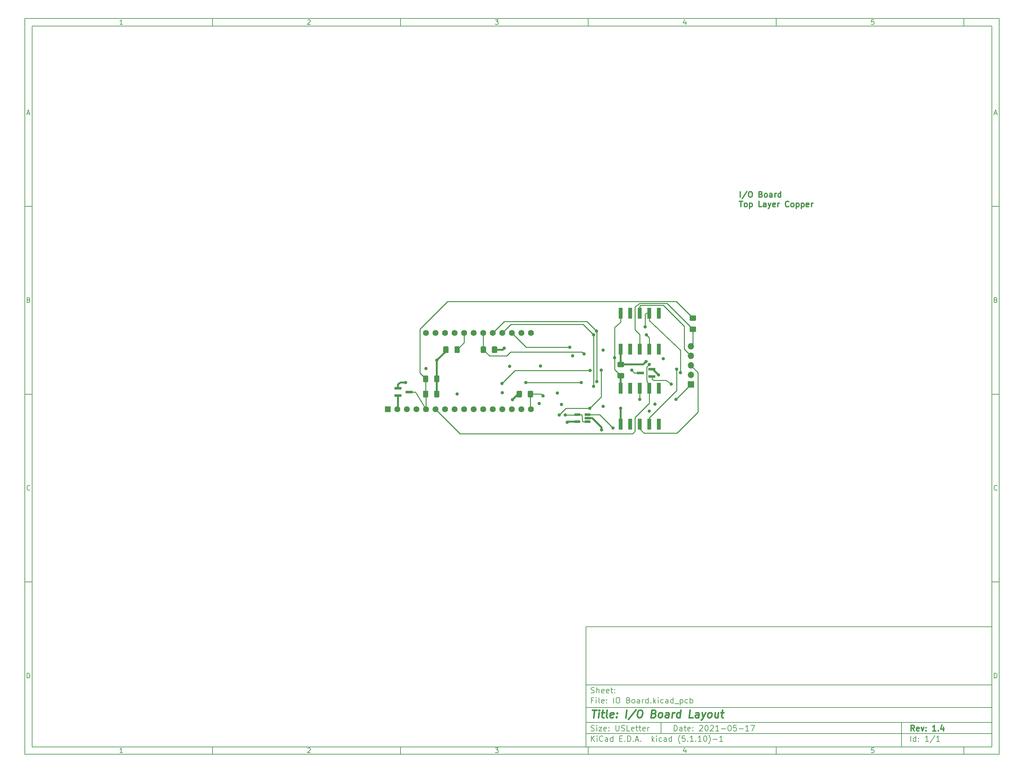
<source format=gbr>
G04 #@! TF.GenerationSoftware,KiCad,Pcbnew,(5.1.10)-1*
G04 #@! TF.CreationDate,2021-05-21T10:06:19-04:00*
G04 #@! TF.ProjectId,IO Board,494f2042-6f61-4726-942e-6b696361645f,1.4*
G04 #@! TF.SameCoordinates,Original*
G04 #@! TF.FileFunction,Copper,L1,Top*
G04 #@! TF.FilePolarity,Positive*
%FSLAX46Y46*%
G04 Gerber Fmt 4.6, Leading zero omitted, Abs format (unit mm)*
G04 Created by KiCad (PCBNEW (5.1.10)-1) date 2021-05-21 10:06:19*
%MOMM*%
%LPD*%
G01*
G04 APERTURE LIST*
%ADD10C,0.100000*%
%ADD11C,0.150000*%
%ADD12C,0.300000*%
%ADD13C,0.400000*%
G04 #@! TA.AperFunction,NonConductor*
%ADD14C,0.300000*%
G04 #@! TD*
G04 #@! TA.AperFunction,ComponentPad*
%ADD15C,1.600000*%
G04 #@! TD*
G04 #@! TA.AperFunction,ComponentPad*
%ADD16R,1.600000X1.600000*%
G04 #@! TD*
G04 #@! TA.AperFunction,SMDPad,CuDef*
%ADD17R,1.900000X0.800000*%
G04 #@! TD*
G04 #@! TA.AperFunction,ComponentPad*
%ADD18R,1.700000X1.700000*%
G04 #@! TD*
G04 #@! TA.AperFunction,ComponentPad*
%ADD19O,1.700000X1.700000*%
G04 #@! TD*
G04 #@! TA.AperFunction,SMDPad,CuDef*
%ADD20R,1.000000X3.000000*%
G04 #@! TD*
G04 #@! TA.AperFunction,SMDPad,CuDef*
%ADD21R,1.560000X0.650000*%
G04 #@! TD*
G04 #@! TA.AperFunction,ViaPad*
%ADD22C,0.889000*%
G04 #@! TD*
G04 #@! TA.AperFunction,Conductor*
%ADD23C,0.508000*%
G04 #@! TD*
G04 #@! TA.AperFunction,Conductor*
%ADD24C,0.254000*%
G04 #@! TD*
G04 APERTURE END LIST*
D10*
D11*
X159400000Y-171900000D02*
X159400000Y-203900000D01*
X267400000Y-203900000D01*
X267400000Y-171900000D01*
X159400000Y-171900000D01*
D10*
D11*
X10000000Y-10000000D02*
X10000000Y-205900000D01*
X269400000Y-205900000D01*
X269400000Y-10000000D01*
X10000000Y-10000000D01*
D10*
D11*
X12000000Y-12000000D02*
X12000000Y-203900000D01*
X267400000Y-203900000D01*
X267400000Y-12000000D01*
X12000000Y-12000000D01*
D10*
D11*
X60000000Y-12000000D02*
X60000000Y-10000000D01*
D10*
D11*
X110000000Y-12000000D02*
X110000000Y-10000000D01*
D10*
D11*
X160000000Y-12000000D02*
X160000000Y-10000000D01*
D10*
D11*
X210000000Y-12000000D02*
X210000000Y-10000000D01*
D10*
D11*
X260000000Y-12000000D02*
X260000000Y-10000000D01*
D10*
D11*
X36065476Y-11588095D02*
X35322619Y-11588095D01*
X35694047Y-11588095D02*
X35694047Y-10288095D01*
X35570238Y-10473809D01*
X35446428Y-10597619D01*
X35322619Y-10659523D01*
D10*
D11*
X85322619Y-10411904D02*
X85384523Y-10350000D01*
X85508333Y-10288095D01*
X85817857Y-10288095D01*
X85941666Y-10350000D01*
X86003571Y-10411904D01*
X86065476Y-10535714D01*
X86065476Y-10659523D01*
X86003571Y-10845238D01*
X85260714Y-11588095D01*
X86065476Y-11588095D01*
D10*
D11*
X135260714Y-10288095D02*
X136065476Y-10288095D01*
X135632142Y-10783333D01*
X135817857Y-10783333D01*
X135941666Y-10845238D01*
X136003571Y-10907142D01*
X136065476Y-11030952D01*
X136065476Y-11340476D01*
X136003571Y-11464285D01*
X135941666Y-11526190D01*
X135817857Y-11588095D01*
X135446428Y-11588095D01*
X135322619Y-11526190D01*
X135260714Y-11464285D01*
D10*
D11*
X185941666Y-10721428D02*
X185941666Y-11588095D01*
X185632142Y-10226190D02*
X185322619Y-11154761D01*
X186127380Y-11154761D01*
D10*
D11*
X236003571Y-10288095D02*
X235384523Y-10288095D01*
X235322619Y-10907142D01*
X235384523Y-10845238D01*
X235508333Y-10783333D01*
X235817857Y-10783333D01*
X235941666Y-10845238D01*
X236003571Y-10907142D01*
X236065476Y-11030952D01*
X236065476Y-11340476D01*
X236003571Y-11464285D01*
X235941666Y-11526190D01*
X235817857Y-11588095D01*
X235508333Y-11588095D01*
X235384523Y-11526190D01*
X235322619Y-11464285D01*
D10*
D11*
X60000000Y-203900000D02*
X60000000Y-205900000D01*
D10*
D11*
X110000000Y-203900000D02*
X110000000Y-205900000D01*
D10*
D11*
X160000000Y-203900000D02*
X160000000Y-205900000D01*
D10*
D11*
X210000000Y-203900000D02*
X210000000Y-205900000D01*
D10*
D11*
X260000000Y-203900000D02*
X260000000Y-205900000D01*
D10*
D11*
X36065476Y-205488095D02*
X35322619Y-205488095D01*
X35694047Y-205488095D02*
X35694047Y-204188095D01*
X35570238Y-204373809D01*
X35446428Y-204497619D01*
X35322619Y-204559523D01*
D10*
D11*
X85322619Y-204311904D02*
X85384523Y-204250000D01*
X85508333Y-204188095D01*
X85817857Y-204188095D01*
X85941666Y-204250000D01*
X86003571Y-204311904D01*
X86065476Y-204435714D01*
X86065476Y-204559523D01*
X86003571Y-204745238D01*
X85260714Y-205488095D01*
X86065476Y-205488095D01*
D10*
D11*
X135260714Y-204188095D02*
X136065476Y-204188095D01*
X135632142Y-204683333D01*
X135817857Y-204683333D01*
X135941666Y-204745238D01*
X136003571Y-204807142D01*
X136065476Y-204930952D01*
X136065476Y-205240476D01*
X136003571Y-205364285D01*
X135941666Y-205426190D01*
X135817857Y-205488095D01*
X135446428Y-205488095D01*
X135322619Y-205426190D01*
X135260714Y-205364285D01*
D10*
D11*
X185941666Y-204621428D02*
X185941666Y-205488095D01*
X185632142Y-204126190D02*
X185322619Y-205054761D01*
X186127380Y-205054761D01*
D10*
D11*
X236003571Y-204188095D02*
X235384523Y-204188095D01*
X235322619Y-204807142D01*
X235384523Y-204745238D01*
X235508333Y-204683333D01*
X235817857Y-204683333D01*
X235941666Y-204745238D01*
X236003571Y-204807142D01*
X236065476Y-204930952D01*
X236065476Y-205240476D01*
X236003571Y-205364285D01*
X235941666Y-205426190D01*
X235817857Y-205488095D01*
X235508333Y-205488095D01*
X235384523Y-205426190D01*
X235322619Y-205364285D01*
D10*
D11*
X10000000Y-60000000D02*
X12000000Y-60000000D01*
D10*
D11*
X10000000Y-110000000D02*
X12000000Y-110000000D01*
D10*
D11*
X10000000Y-160000000D02*
X12000000Y-160000000D01*
D10*
D11*
X10690476Y-35216666D02*
X11309523Y-35216666D01*
X10566666Y-35588095D02*
X11000000Y-34288095D01*
X11433333Y-35588095D01*
D10*
D11*
X11092857Y-84907142D02*
X11278571Y-84969047D01*
X11340476Y-85030952D01*
X11402380Y-85154761D01*
X11402380Y-85340476D01*
X11340476Y-85464285D01*
X11278571Y-85526190D01*
X11154761Y-85588095D01*
X10659523Y-85588095D01*
X10659523Y-84288095D01*
X11092857Y-84288095D01*
X11216666Y-84350000D01*
X11278571Y-84411904D01*
X11340476Y-84535714D01*
X11340476Y-84659523D01*
X11278571Y-84783333D01*
X11216666Y-84845238D01*
X11092857Y-84907142D01*
X10659523Y-84907142D01*
D10*
D11*
X11402380Y-135464285D02*
X11340476Y-135526190D01*
X11154761Y-135588095D01*
X11030952Y-135588095D01*
X10845238Y-135526190D01*
X10721428Y-135402380D01*
X10659523Y-135278571D01*
X10597619Y-135030952D01*
X10597619Y-134845238D01*
X10659523Y-134597619D01*
X10721428Y-134473809D01*
X10845238Y-134350000D01*
X11030952Y-134288095D01*
X11154761Y-134288095D01*
X11340476Y-134350000D01*
X11402380Y-134411904D01*
D10*
D11*
X10659523Y-185588095D02*
X10659523Y-184288095D01*
X10969047Y-184288095D01*
X11154761Y-184350000D01*
X11278571Y-184473809D01*
X11340476Y-184597619D01*
X11402380Y-184845238D01*
X11402380Y-185030952D01*
X11340476Y-185278571D01*
X11278571Y-185402380D01*
X11154761Y-185526190D01*
X10969047Y-185588095D01*
X10659523Y-185588095D01*
D10*
D11*
X269400000Y-60000000D02*
X267400000Y-60000000D01*
D10*
D11*
X269400000Y-110000000D02*
X267400000Y-110000000D01*
D10*
D11*
X269400000Y-160000000D02*
X267400000Y-160000000D01*
D10*
D11*
X268090476Y-35216666D02*
X268709523Y-35216666D01*
X267966666Y-35588095D02*
X268400000Y-34288095D01*
X268833333Y-35588095D01*
D10*
D11*
X268492857Y-84907142D02*
X268678571Y-84969047D01*
X268740476Y-85030952D01*
X268802380Y-85154761D01*
X268802380Y-85340476D01*
X268740476Y-85464285D01*
X268678571Y-85526190D01*
X268554761Y-85588095D01*
X268059523Y-85588095D01*
X268059523Y-84288095D01*
X268492857Y-84288095D01*
X268616666Y-84350000D01*
X268678571Y-84411904D01*
X268740476Y-84535714D01*
X268740476Y-84659523D01*
X268678571Y-84783333D01*
X268616666Y-84845238D01*
X268492857Y-84907142D01*
X268059523Y-84907142D01*
D10*
D11*
X268802380Y-135464285D02*
X268740476Y-135526190D01*
X268554761Y-135588095D01*
X268430952Y-135588095D01*
X268245238Y-135526190D01*
X268121428Y-135402380D01*
X268059523Y-135278571D01*
X267997619Y-135030952D01*
X267997619Y-134845238D01*
X268059523Y-134597619D01*
X268121428Y-134473809D01*
X268245238Y-134350000D01*
X268430952Y-134288095D01*
X268554761Y-134288095D01*
X268740476Y-134350000D01*
X268802380Y-134411904D01*
D10*
D11*
X268059523Y-185588095D02*
X268059523Y-184288095D01*
X268369047Y-184288095D01*
X268554761Y-184350000D01*
X268678571Y-184473809D01*
X268740476Y-184597619D01*
X268802380Y-184845238D01*
X268802380Y-185030952D01*
X268740476Y-185278571D01*
X268678571Y-185402380D01*
X268554761Y-185526190D01*
X268369047Y-185588095D01*
X268059523Y-185588095D01*
D10*
D11*
X182832142Y-199678571D02*
X182832142Y-198178571D01*
X183189285Y-198178571D01*
X183403571Y-198250000D01*
X183546428Y-198392857D01*
X183617857Y-198535714D01*
X183689285Y-198821428D01*
X183689285Y-199035714D01*
X183617857Y-199321428D01*
X183546428Y-199464285D01*
X183403571Y-199607142D01*
X183189285Y-199678571D01*
X182832142Y-199678571D01*
X184975000Y-199678571D02*
X184975000Y-198892857D01*
X184903571Y-198750000D01*
X184760714Y-198678571D01*
X184475000Y-198678571D01*
X184332142Y-198750000D01*
X184975000Y-199607142D02*
X184832142Y-199678571D01*
X184475000Y-199678571D01*
X184332142Y-199607142D01*
X184260714Y-199464285D01*
X184260714Y-199321428D01*
X184332142Y-199178571D01*
X184475000Y-199107142D01*
X184832142Y-199107142D01*
X184975000Y-199035714D01*
X185475000Y-198678571D02*
X186046428Y-198678571D01*
X185689285Y-198178571D02*
X185689285Y-199464285D01*
X185760714Y-199607142D01*
X185903571Y-199678571D01*
X186046428Y-199678571D01*
X187117857Y-199607142D02*
X186975000Y-199678571D01*
X186689285Y-199678571D01*
X186546428Y-199607142D01*
X186475000Y-199464285D01*
X186475000Y-198892857D01*
X186546428Y-198750000D01*
X186689285Y-198678571D01*
X186975000Y-198678571D01*
X187117857Y-198750000D01*
X187189285Y-198892857D01*
X187189285Y-199035714D01*
X186475000Y-199178571D01*
X187832142Y-199535714D02*
X187903571Y-199607142D01*
X187832142Y-199678571D01*
X187760714Y-199607142D01*
X187832142Y-199535714D01*
X187832142Y-199678571D01*
X187832142Y-198750000D02*
X187903571Y-198821428D01*
X187832142Y-198892857D01*
X187760714Y-198821428D01*
X187832142Y-198750000D01*
X187832142Y-198892857D01*
X189617857Y-198321428D02*
X189689285Y-198250000D01*
X189832142Y-198178571D01*
X190189285Y-198178571D01*
X190332142Y-198250000D01*
X190403571Y-198321428D01*
X190475000Y-198464285D01*
X190475000Y-198607142D01*
X190403571Y-198821428D01*
X189546428Y-199678571D01*
X190475000Y-199678571D01*
X191403571Y-198178571D02*
X191546428Y-198178571D01*
X191689285Y-198250000D01*
X191760714Y-198321428D01*
X191832142Y-198464285D01*
X191903571Y-198750000D01*
X191903571Y-199107142D01*
X191832142Y-199392857D01*
X191760714Y-199535714D01*
X191689285Y-199607142D01*
X191546428Y-199678571D01*
X191403571Y-199678571D01*
X191260714Y-199607142D01*
X191189285Y-199535714D01*
X191117857Y-199392857D01*
X191046428Y-199107142D01*
X191046428Y-198750000D01*
X191117857Y-198464285D01*
X191189285Y-198321428D01*
X191260714Y-198250000D01*
X191403571Y-198178571D01*
X192475000Y-198321428D02*
X192546428Y-198250000D01*
X192689285Y-198178571D01*
X193046428Y-198178571D01*
X193189285Y-198250000D01*
X193260714Y-198321428D01*
X193332142Y-198464285D01*
X193332142Y-198607142D01*
X193260714Y-198821428D01*
X192403571Y-199678571D01*
X193332142Y-199678571D01*
X194760714Y-199678571D02*
X193903571Y-199678571D01*
X194332142Y-199678571D02*
X194332142Y-198178571D01*
X194189285Y-198392857D01*
X194046428Y-198535714D01*
X193903571Y-198607142D01*
X195403571Y-199107142D02*
X196546428Y-199107142D01*
X197546428Y-198178571D02*
X197689285Y-198178571D01*
X197832142Y-198250000D01*
X197903571Y-198321428D01*
X197975000Y-198464285D01*
X198046428Y-198750000D01*
X198046428Y-199107142D01*
X197975000Y-199392857D01*
X197903571Y-199535714D01*
X197832142Y-199607142D01*
X197689285Y-199678571D01*
X197546428Y-199678571D01*
X197403571Y-199607142D01*
X197332142Y-199535714D01*
X197260714Y-199392857D01*
X197189285Y-199107142D01*
X197189285Y-198750000D01*
X197260714Y-198464285D01*
X197332142Y-198321428D01*
X197403571Y-198250000D01*
X197546428Y-198178571D01*
X199403571Y-198178571D02*
X198689285Y-198178571D01*
X198617857Y-198892857D01*
X198689285Y-198821428D01*
X198832142Y-198750000D01*
X199189285Y-198750000D01*
X199332142Y-198821428D01*
X199403571Y-198892857D01*
X199475000Y-199035714D01*
X199475000Y-199392857D01*
X199403571Y-199535714D01*
X199332142Y-199607142D01*
X199189285Y-199678571D01*
X198832142Y-199678571D01*
X198689285Y-199607142D01*
X198617857Y-199535714D01*
X200117857Y-199107142D02*
X201260714Y-199107142D01*
X202760714Y-199678571D02*
X201903571Y-199678571D01*
X202332142Y-199678571D02*
X202332142Y-198178571D01*
X202189285Y-198392857D01*
X202046428Y-198535714D01*
X201903571Y-198607142D01*
X203260714Y-198178571D02*
X204260714Y-198178571D01*
X203617857Y-199678571D01*
D10*
D11*
X159400000Y-200400000D02*
X267400000Y-200400000D01*
D10*
D11*
X160832142Y-202478571D02*
X160832142Y-200978571D01*
X161689285Y-202478571D02*
X161046428Y-201621428D01*
X161689285Y-200978571D02*
X160832142Y-201835714D01*
X162332142Y-202478571D02*
X162332142Y-201478571D01*
X162332142Y-200978571D02*
X162260714Y-201050000D01*
X162332142Y-201121428D01*
X162403571Y-201050000D01*
X162332142Y-200978571D01*
X162332142Y-201121428D01*
X163903571Y-202335714D02*
X163832142Y-202407142D01*
X163617857Y-202478571D01*
X163475000Y-202478571D01*
X163260714Y-202407142D01*
X163117857Y-202264285D01*
X163046428Y-202121428D01*
X162975000Y-201835714D01*
X162975000Y-201621428D01*
X163046428Y-201335714D01*
X163117857Y-201192857D01*
X163260714Y-201050000D01*
X163475000Y-200978571D01*
X163617857Y-200978571D01*
X163832142Y-201050000D01*
X163903571Y-201121428D01*
X165189285Y-202478571D02*
X165189285Y-201692857D01*
X165117857Y-201550000D01*
X164975000Y-201478571D01*
X164689285Y-201478571D01*
X164546428Y-201550000D01*
X165189285Y-202407142D02*
X165046428Y-202478571D01*
X164689285Y-202478571D01*
X164546428Y-202407142D01*
X164475000Y-202264285D01*
X164475000Y-202121428D01*
X164546428Y-201978571D01*
X164689285Y-201907142D01*
X165046428Y-201907142D01*
X165189285Y-201835714D01*
X166546428Y-202478571D02*
X166546428Y-200978571D01*
X166546428Y-202407142D02*
X166403571Y-202478571D01*
X166117857Y-202478571D01*
X165975000Y-202407142D01*
X165903571Y-202335714D01*
X165832142Y-202192857D01*
X165832142Y-201764285D01*
X165903571Y-201621428D01*
X165975000Y-201550000D01*
X166117857Y-201478571D01*
X166403571Y-201478571D01*
X166546428Y-201550000D01*
X168403571Y-201692857D02*
X168903571Y-201692857D01*
X169117857Y-202478571D02*
X168403571Y-202478571D01*
X168403571Y-200978571D01*
X169117857Y-200978571D01*
X169760714Y-202335714D02*
X169832142Y-202407142D01*
X169760714Y-202478571D01*
X169689285Y-202407142D01*
X169760714Y-202335714D01*
X169760714Y-202478571D01*
X170475000Y-202478571D02*
X170475000Y-200978571D01*
X170832142Y-200978571D01*
X171046428Y-201050000D01*
X171189285Y-201192857D01*
X171260714Y-201335714D01*
X171332142Y-201621428D01*
X171332142Y-201835714D01*
X171260714Y-202121428D01*
X171189285Y-202264285D01*
X171046428Y-202407142D01*
X170832142Y-202478571D01*
X170475000Y-202478571D01*
X171975000Y-202335714D02*
X172046428Y-202407142D01*
X171975000Y-202478571D01*
X171903571Y-202407142D01*
X171975000Y-202335714D01*
X171975000Y-202478571D01*
X172617857Y-202050000D02*
X173332142Y-202050000D01*
X172475000Y-202478571D02*
X172975000Y-200978571D01*
X173475000Y-202478571D01*
X173975000Y-202335714D02*
X174046428Y-202407142D01*
X173975000Y-202478571D01*
X173903571Y-202407142D01*
X173975000Y-202335714D01*
X173975000Y-202478571D01*
X176975000Y-202478571D02*
X176975000Y-200978571D01*
X177117857Y-201907142D02*
X177546428Y-202478571D01*
X177546428Y-201478571D02*
X176975000Y-202050000D01*
X178189285Y-202478571D02*
X178189285Y-201478571D01*
X178189285Y-200978571D02*
X178117857Y-201050000D01*
X178189285Y-201121428D01*
X178260714Y-201050000D01*
X178189285Y-200978571D01*
X178189285Y-201121428D01*
X179546428Y-202407142D02*
X179403571Y-202478571D01*
X179117857Y-202478571D01*
X178975000Y-202407142D01*
X178903571Y-202335714D01*
X178832142Y-202192857D01*
X178832142Y-201764285D01*
X178903571Y-201621428D01*
X178975000Y-201550000D01*
X179117857Y-201478571D01*
X179403571Y-201478571D01*
X179546428Y-201550000D01*
X180832142Y-202478571D02*
X180832142Y-201692857D01*
X180760714Y-201550000D01*
X180617857Y-201478571D01*
X180332142Y-201478571D01*
X180189285Y-201550000D01*
X180832142Y-202407142D02*
X180689285Y-202478571D01*
X180332142Y-202478571D01*
X180189285Y-202407142D01*
X180117857Y-202264285D01*
X180117857Y-202121428D01*
X180189285Y-201978571D01*
X180332142Y-201907142D01*
X180689285Y-201907142D01*
X180832142Y-201835714D01*
X182189285Y-202478571D02*
X182189285Y-200978571D01*
X182189285Y-202407142D02*
X182046428Y-202478571D01*
X181760714Y-202478571D01*
X181617857Y-202407142D01*
X181546428Y-202335714D01*
X181475000Y-202192857D01*
X181475000Y-201764285D01*
X181546428Y-201621428D01*
X181617857Y-201550000D01*
X181760714Y-201478571D01*
X182046428Y-201478571D01*
X182189285Y-201550000D01*
X184475000Y-203050000D02*
X184403571Y-202978571D01*
X184260714Y-202764285D01*
X184189285Y-202621428D01*
X184117857Y-202407142D01*
X184046428Y-202050000D01*
X184046428Y-201764285D01*
X184117857Y-201407142D01*
X184189285Y-201192857D01*
X184260714Y-201050000D01*
X184403571Y-200835714D01*
X184475000Y-200764285D01*
X185760714Y-200978571D02*
X185046428Y-200978571D01*
X184975000Y-201692857D01*
X185046428Y-201621428D01*
X185189285Y-201550000D01*
X185546428Y-201550000D01*
X185689285Y-201621428D01*
X185760714Y-201692857D01*
X185832142Y-201835714D01*
X185832142Y-202192857D01*
X185760714Y-202335714D01*
X185689285Y-202407142D01*
X185546428Y-202478571D01*
X185189285Y-202478571D01*
X185046428Y-202407142D01*
X184975000Y-202335714D01*
X186475000Y-202335714D02*
X186546428Y-202407142D01*
X186475000Y-202478571D01*
X186403571Y-202407142D01*
X186475000Y-202335714D01*
X186475000Y-202478571D01*
X187975000Y-202478571D02*
X187117857Y-202478571D01*
X187546428Y-202478571D02*
X187546428Y-200978571D01*
X187403571Y-201192857D01*
X187260714Y-201335714D01*
X187117857Y-201407142D01*
X188617857Y-202335714D02*
X188689285Y-202407142D01*
X188617857Y-202478571D01*
X188546428Y-202407142D01*
X188617857Y-202335714D01*
X188617857Y-202478571D01*
X190117857Y-202478571D02*
X189260714Y-202478571D01*
X189689285Y-202478571D02*
X189689285Y-200978571D01*
X189546428Y-201192857D01*
X189403571Y-201335714D01*
X189260714Y-201407142D01*
X191046428Y-200978571D02*
X191189285Y-200978571D01*
X191332142Y-201050000D01*
X191403571Y-201121428D01*
X191475000Y-201264285D01*
X191546428Y-201550000D01*
X191546428Y-201907142D01*
X191475000Y-202192857D01*
X191403571Y-202335714D01*
X191332142Y-202407142D01*
X191189285Y-202478571D01*
X191046428Y-202478571D01*
X190903571Y-202407142D01*
X190832142Y-202335714D01*
X190760714Y-202192857D01*
X190689285Y-201907142D01*
X190689285Y-201550000D01*
X190760714Y-201264285D01*
X190832142Y-201121428D01*
X190903571Y-201050000D01*
X191046428Y-200978571D01*
X192046428Y-203050000D02*
X192117857Y-202978571D01*
X192260714Y-202764285D01*
X192332142Y-202621428D01*
X192403571Y-202407142D01*
X192475000Y-202050000D01*
X192475000Y-201764285D01*
X192403571Y-201407142D01*
X192332142Y-201192857D01*
X192260714Y-201050000D01*
X192117857Y-200835714D01*
X192046428Y-200764285D01*
X193189285Y-201907142D02*
X194332142Y-201907142D01*
X195832142Y-202478571D02*
X194975000Y-202478571D01*
X195403571Y-202478571D02*
X195403571Y-200978571D01*
X195260714Y-201192857D01*
X195117857Y-201335714D01*
X194975000Y-201407142D01*
D10*
D11*
X159400000Y-197400000D02*
X267400000Y-197400000D01*
D10*
D12*
X246809285Y-199678571D02*
X246309285Y-198964285D01*
X245952142Y-199678571D02*
X245952142Y-198178571D01*
X246523571Y-198178571D01*
X246666428Y-198250000D01*
X246737857Y-198321428D01*
X246809285Y-198464285D01*
X246809285Y-198678571D01*
X246737857Y-198821428D01*
X246666428Y-198892857D01*
X246523571Y-198964285D01*
X245952142Y-198964285D01*
X248023571Y-199607142D02*
X247880714Y-199678571D01*
X247595000Y-199678571D01*
X247452142Y-199607142D01*
X247380714Y-199464285D01*
X247380714Y-198892857D01*
X247452142Y-198750000D01*
X247595000Y-198678571D01*
X247880714Y-198678571D01*
X248023571Y-198750000D01*
X248095000Y-198892857D01*
X248095000Y-199035714D01*
X247380714Y-199178571D01*
X248595000Y-198678571D02*
X248952142Y-199678571D01*
X249309285Y-198678571D01*
X249880714Y-199535714D02*
X249952142Y-199607142D01*
X249880714Y-199678571D01*
X249809285Y-199607142D01*
X249880714Y-199535714D01*
X249880714Y-199678571D01*
X249880714Y-198750000D02*
X249952142Y-198821428D01*
X249880714Y-198892857D01*
X249809285Y-198821428D01*
X249880714Y-198750000D01*
X249880714Y-198892857D01*
X252523571Y-199678571D02*
X251666428Y-199678571D01*
X252095000Y-199678571D02*
X252095000Y-198178571D01*
X251952142Y-198392857D01*
X251809285Y-198535714D01*
X251666428Y-198607142D01*
X253166428Y-199535714D02*
X253237857Y-199607142D01*
X253166428Y-199678571D01*
X253095000Y-199607142D01*
X253166428Y-199535714D01*
X253166428Y-199678571D01*
X254523571Y-198678571D02*
X254523571Y-199678571D01*
X254166428Y-198107142D02*
X253809285Y-199178571D01*
X254737857Y-199178571D01*
D10*
D11*
X160760714Y-199607142D02*
X160975000Y-199678571D01*
X161332142Y-199678571D01*
X161475000Y-199607142D01*
X161546428Y-199535714D01*
X161617857Y-199392857D01*
X161617857Y-199250000D01*
X161546428Y-199107142D01*
X161475000Y-199035714D01*
X161332142Y-198964285D01*
X161046428Y-198892857D01*
X160903571Y-198821428D01*
X160832142Y-198750000D01*
X160760714Y-198607142D01*
X160760714Y-198464285D01*
X160832142Y-198321428D01*
X160903571Y-198250000D01*
X161046428Y-198178571D01*
X161403571Y-198178571D01*
X161617857Y-198250000D01*
X162260714Y-199678571D02*
X162260714Y-198678571D01*
X162260714Y-198178571D02*
X162189285Y-198250000D01*
X162260714Y-198321428D01*
X162332142Y-198250000D01*
X162260714Y-198178571D01*
X162260714Y-198321428D01*
X162832142Y-198678571D02*
X163617857Y-198678571D01*
X162832142Y-199678571D01*
X163617857Y-199678571D01*
X164760714Y-199607142D02*
X164617857Y-199678571D01*
X164332142Y-199678571D01*
X164189285Y-199607142D01*
X164117857Y-199464285D01*
X164117857Y-198892857D01*
X164189285Y-198750000D01*
X164332142Y-198678571D01*
X164617857Y-198678571D01*
X164760714Y-198750000D01*
X164832142Y-198892857D01*
X164832142Y-199035714D01*
X164117857Y-199178571D01*
X165475000Y-199535714D02*
X165546428Y-199607142D01*
X165475000Y-199678571D01*
X165403571Y-199607142D01*
X165475000Y-199535714D01*
X165475000Y-199678571D01*
X165475000Y-198750000D02*
X165546428Y-198821428D01*
X165475000Y-198892857D01*
X165403571Y-198821428D01*
X165475000Y-198750000D01*
X165475000Y-198892857D01*
X167332142Y-198178571D02*
X167332142Y-199392857D01*
X167403571Y-199535714D01*
X167475000Y-199607142D01*
X167617857Y-199678571D01*
X167903571Y-199678571D01*
X168046428Y-199607142D01*
X168117857Y-199535714D01*
X168189285Y-199392857D01*
X168189285Y-198178571D01*
X168832142Y-199607142D02*
X169046428Y-199678571D01*
X169403571Y-199678571D01*
X169546428Y-199607142D01*
X169617857Y-199535714D01*
X169689285Y-199392857D01*
X169689285Y-199250000D01*
X169617857Y-199107142D01*
X169546428Y-199035714D01*
X169403571Y-198964285D01*
X169117857Y-198892857D01*
X168975000Y-198821428D01*
X168903571Y-198750000D01*
X168832142Y-198607142D01*
X168832142Y-198464285D01*
X168903571Y-198321428D01*
X168975000Y-198250000D01*
X169117857Y-198178571D01*
X169475000Y-198178571D01*
X169689285Y-198250000D01*
X171046428Y-199678571D02*
X170332142Y-199678571D01*
X170332142Y-198178571D01*
X172117857Y-199607142D02*
X171975000Y-199678571D01*
X171689285Y-199678571D01*
X171546428Y-199607142D01*
X171475000Y-199464285D01*
X171475000Y-198892857D01*
X171546428Y-198750000D01*
X171689285Y-198678571D01*
X171975000Y-198678571D01*
X172117857Y-198750000D01*
X172189285Y-198892857D01*
X172189285Y-199035714D01*
X171475000Y-199178571D01*
X172617857Y-198678571D02*
X173189285Y-198678571D01*
X172832142Y-198178571D02*
X172832142Y-199464285D01*
X172903571Y-199607142D01*
X173046428Y-199678571D01*
X173189285Y-199678571D01*
X173475000Y-198678571D02*
X174046428Y-198678571D01*
X173689285Y-198178571D02*
X173689285Y-199464285D01*
X173760714Y-199607142D01*
X173903571Y-199678571D01*
X174046428Y-199678571D01*
X175117857Y-199607142D02*
X174975000Y-199678571D01*
X174689285Y-199678571D01*
X174546428Y-199607142D01*
X174475000Y-199464285D01*
X174475000Y-198892857D01*
X174546428Y-198750000D01*
X174689285Y-198678571D01*
X174975000Y-198678571D01*
X175117857Y-198750000D01*
X175189285Y-198892857D01*
X175189285Y-199035714D01*
X174475000Y-199178571D01*
X175832142Y-199678571D02*
X175832142Y-198678571D01*
X175832142Y-198964285D02*
X175903571Y-198821428D01*
X175975000Y-198750000D01*
X176117857Y-198678571D01*
X176260714Y-198678571D01*
D10*
D11*
X245832142Y-202478571D02*
X245832142Y-200978571D01*
X247189285Y-202478571D02*
X247189285Y-200978571D01*
X247189285Y-202407142D02*
X247046428Y-202478571D01*
X246760714Y-202478571D01*
X246617857Y-202407142D01*
X246546428Y-202335714D01*
X246475000Y-202192857D01*
X246475000Y-201764285D01*
X246546428Y-201621428D01*
X246617857Y-201550000D01*
X246760714Y-201478571D01*
X247046428Y-201478571D01*
X247189285Y-201550000D01*
X247903571Y-202335714D02*
X247975000Y-202407142D01*
X247903571Y-202478571D01*
X247832142Y-202407142D01*
X247903571Y-202335714D01*
X247903571Y-202478571D01*
X247903571Y-201550000D02*
X247975000Y-201621428D01*
X247903571Y-201692857D01*
X247832142Y-201621428D01*
X247903571Y-201550000D01*
X247903571Y-201692857D01*
X250546428Y-202478571D02*
X249689285Y-202478571D01*
X250117857Y-202478571D02*
X250117857Y-200978571D01*
X249975000Y-201192857D01*
X249832142Y-201335714D01*
X249689285Y-201407142D01*
X252260714Y-200907142D02*
X250975000Y-202835714D01*
X253546428Y-202478571D02*
X252689285Y-202478571D01*
X253117857Y-202478571D02*
X253117857Y-200978571D01*
X252975000Y-201192857D01*
X252832142Y-201335714D01*
X252689285Y-201407142D01*
D10*
D11*
X159400000Y-193400000D02*
X267400000Y-193400000D01*
D10*
D13*
X161112380Y-194104761D02*
X162255238Y-194104761D01*
X161433809Y-196104761D02*
X161683809Y-194104761D01*
X162671904Y-196104761D02*
X162838571Y-194771428D01*
X162921904Y-194104761D02*
X162814761Y-194200000D01*
X162898095Y-194295238D01*
X163005238Y-194200000D01*
X162921904Y-194104761D01*
X162898095Y-194295238D01*
X163505238Y-194771428D02*
X164267142Y-194771428D01*
X163874285Y-194104761D02*
X163660000Y-195819047D01*
X163731428Y-196009523D01*
X163910000Y-196104761D01*
X164100476Y-196104761D01*
X165052857Y-196104761D02*
X164874285Y-196009523D01*
X164802857Y-195819047D01*
X165017142Y-194104761D01*
X166588571Y-196009523D02*
X166386190Y-196104761D01*
X166005238Y-196104761D01*
X165826666Y-196009523D01*
X165755238Y-195819047D01*
X165850476Y-195057142D01*
X165969523Y-194866666D01*
X166171904Y-194771428D01*
X166552857Y-194771428D01*
X166731428Y-194866666D01*
X166802857Y-195057142D01*
X166779047Y-195247619D01*
X165802857Y-195438095D01*
X167552857Y-195914285D02*
X167636190Y-196009523D01*
X167529047Y-196104761D01*
X167445714Y-196009523D01*
X167552857Y-195914285D01*
X167529047Y-196104761D01*
X167683809Y-194866666D02*
X167767142Y-194961904D01*
X167660000Y-195057142D01*
X167576666Y-194961904D01*
X167683809Y-194866666D01*
X167660000Y-195057142D01*
X170005238Y-196104761D02*
X170255238Y-194104761D01*
X172648095Y-194009523D02*
X170612380Y-196580952D01*
X173683809Y-194104761D02*
X174064761Y-194104761D01*
X174243333Y-194200000D01*
X174410000Y-194390476D01*
X174457619Y-194771428D01*
X174374285Y-195438095D01*
X174231428Y-195819047D01*
X174017142Y-196009523D01*
X173814761Y-196104761D01*
X173433809Y-196104761D01*
X173255238Y-196009523D01*
X173088571Y-195819047D01*
X173040952Y-195438095D01*
X173124285Y-194771428D01*
X173267142Y-194390476D01*
X173481428Y-194200000D01*
X173683809Y-194104761D01*
X177469523Y-195057142D02*
X177743333Y-195152380D01*
X177826666Y-195247619D01*
X177898095Y-195438095D01*
X177862380Y-195723809D01*
X177743333Y-195914285D01*
X177636190Y-196009523D01*
X177433809Y-196104761D01*
X176671904Y-196104761D01*
X176921904Y-194104761D01*
X177588571Y-194104761D01*
X177767142Y-194200000D01*
X177850476Y-194295238D01*
X177921904Y-194485714D01*
X177898095Y-194676190D01*
X177779047Y-194866666D01*
X177671904Y-194961904D01*
X177469523Y-195057142D01*
X176802857Y-195057142D01*
X178957619Y-196104761D02*
X178779047Y-196009523D01*
X178695714Y-195914285D01*
X178624285Y-195723809D01*
X178695714Y-195152380D01*
X178814761Y-194961904D01*
X178921904Y-194866666D01*
X179124285Y-194771428D01*
X179410000Y-194771428D01*
X179588571Y-194866666D01*
X179671904Y-194961904D01*
X179743333Y-195152380D01*
X179671904Y-195723809D01*
X179552857Y-195914285D01*
X179445714Y-196009523D01*
X179243333Y-196104761D01*
X178957619Y-196104761D01*
X181338571Y-196104761D02*
X181469523Y-195057142D01*
X181398095Y-194866666D01*
X181219523Y-194771428D01*
X180838571Y-194771428D01*
X180636190Y-194866666D01*
X181350476Y-196009523D02*
X181148095Y-196104761D01*
X180671904Y-196104761D01*
X180493333Y-196009523D01*
X180421904Y-195819047D01*
X180445714Y-195628571D01*
X180564761Y-195438095D01*
X180767142Y-195342857D01*
X181243333Y-195342857D01*
X181445714Y-195247619D01*
X182290952Y-196104761D02*
X182457619Y-194771428D01*
X182410000Y-195152380D02*
X182529047Y-194961904D01*
X182636190Y-194866666D01*
X182838571Y-194771428D01*
X183029047Y-194771428D01*
X184386190Y-196104761D02*
X184636190Y-194104761D01*
X184398095Y-196009523D02*
X184195714Y-196104761D01*
X183814761Y-196104761D01*
X183636190Y-196009523D01*
X183552857Y-195914285D01*
X183481428Y-195723809D01*
X183552857Y-195152380D01*
X183671904Y-194961904D01*
X183779047Y-194866666D01*
X183981428Y-194771428D01*
X184362380Y-194771428D01*
X184540952Y-194866666D01*
X187814761Y-196104761D02*
X186862380Y-196104761D01*
X187112380Y-194104761D01*
X189338571Y-196104761D02*
X189469523Y-195057142D01*
X189398095Y-194866666D01*
X189219523Y-194771428D01*
X188838571Y-194771428D01*
X188636190Y-194866666D01*
X189350476Y-196009523D02*
X189148095Y-196104761D01*
X188671904Y-196104761D01*
X188493333Y-196009523D01*
X188421904Y-195819047D01*
X188445714Y-195628571D01*
X188564761Y-195438095D01*
X188767142Y-195342857D01*
X189243333Y-195342857D01*
X189445714Y-195247619D01*
X190267142Y-194771428D02*
X190576666Y-196104761D01*
X191219523Y-194771428D02*
X190576666Y-196104761D01*
X190326666Y-196580952D01*
X190219523Y-196676190D01*
X190017142Y-196771428D01*
X192100476Y-196104761D02*
X191921904Y-196009523D01*
X191838571Y-195914285D01*
X191767142Y-195723809D01*
X191838571Y-195152380D01*
X191957619Y-194961904D01*
X192064761Y-194866666D01*
X192267142Y-194771428D01*
X192552857Y-194771428D01*
X192731428Y-194866666D01*
X192814761Y-194961904D01*
X192886190Y-195152380D01*
X192814761Y-195723809D01*
X192695714Y-195914285D01*
X192588571Y-196009523D01*
X192386190Y-196104761D01*
X192100476Y-196104761D01*
X194648095Y-194771428D02*
X194481428Y-196104761D01*
X193790952Y-194771428D02*
X193660000Y-195819047D01*
X193731428Y-196009523D01*
X193910000Y-196104761D01*
X194195714Y-196104761D01*
X194398095Y-196009523D01*
X194505238Y-195914285D01*
X195314761Y-194771428D02*
X196076666Y-194771428D01*
X195683809Y-194104761D02*
X195469523Y-195819047D01*
X195540952Y-196009523D01*
X195719523Y-196104761D01*
X195910000Y-196104761D01*
D10*
D11*
X161332142Y-191492857D02*
X160832142Y-191492857D01*
X160832142Y-192278571D02*
X160832142Y-190778571D01*
X161546428Y-190778571D01*
X162117857Y-192278571D02*
X162117857Y-191278571D01*
X162117857Y-190778571D02*
X162046428Y-190850000D01*
X162117857Y-190921428D01*
X162189285Y-190850000D01*
X162117857Y-190778571D01*
X162117857Y-190921428D01*
X163046428Y-192278571D02*
X162903571Y-192207142D01*
X162832142Y-192064285D01*
X162832142Y-190778571D01*
X164189285Y-192207142D02*
X164046428Y-192278571D01*
X163760714Y-192278571D01*
X163617857Y-192207142D01*
X163546428Y-192064285D01*
X163546428Y-191492857D01*
X163617857Y-191350000D01*
X163760714Y-191278571D01*
X164046428Y-191278571D01*
X164189285Y-191350000D01*
X164260714Y-191492857D01*
X164260714Y-191635714D01*
X163546428Y-191778571D01*
X164903571Y-192135714D02*
X164975000Y-192207142D01*
X164903571Y-192278571D01*
X164832142Y-192207142D01*
X164903571Y-192135714D01*
X164903571Y-192278571D01*
X164903571Y-191350000D02*
X164975000Y-191421428D01*
X164903571Y-191492857D01*
X164832142Y-191421428D01*
X164903571Y-191350000D01*
X164903571Y-191492857D01*
X166760714Y-192278571D02*
X166760714Y-190778571D01*
X167760714Y-190778571D02*
X168046428Y-190778571D01*
X168189285Y-190850000D01*
X168332142Y-190992857D01*
X168403571Y-191278571D01*
X168403571Y-191778571D01*
X168332142Y-192064285D01*
X168189285Y-192207142D01*
X168046428Y-192278571D01*
X167760714Y-192278571D01*
X167617857Y-192207142D01*
X167475000Y-192064285D01*
X167403571Y-191778571D01*
X167403571Y-191278571D01*
X167475000Y-190992857D01*
X167617857Y-190850000D01*
X167760714Y-190778571D01*
X170689285Y-191492857D02*
X170903571Y-191564285D01*
X170975000Y-191635714D01*
X171046428Y-191778571D01*
X171046428Y-191992857D01*
X170975000Y-192135714D01*
X170903571Y-192207142D01*
X170760714Y-192278571D01*
X170189285Y-192278571D01*
X170189285Y-190778571D01*
X170689285Y-190778571D01*
X170832142Y-190850000D01*
X170903571Y-190921428D01*
X170975000Y-191064285D01*
X170975000Y-191207142D01*
X170903571Y-191350000D01*
X170832142Y-191421428D01*
X170689285Y-191492857D01*
X170189285Y-191492857D01*
X171903571Y-192278571D02*
X171760714Y-192207142D01*
X171689285Y-192135714D01*
X171617857Y-191992857D01*
X171617857Y-191564285D01*
X171689285Y-191421428D01*
X171760714Y-191350000D01*
X171903571Y-191278571D01*
X172117857Y-191278571D01*
X172260714Y-191350000D01*
X172332142Y-191421428D01*
X172403571Y-191564285D01*
X172403571Y-191992857D01*
X172332142Y-192135714D01*
X172260714Y-192207142D01*
X172117857Y-192278571D01*
X171903571Y-192278571D01*
X173689285Y-192278571D02*
X173689285Y-191492857D01*
X173617857Y-191350000D01*
X173475000Y-191278571D01*
X173189285Y-191278571D01*
X173046428Y-191350000D01*
X173689285Y-192207142D02*
X173546428Y-192278571D01*
X173189285Y-192278571D01*
X173046428Y-192207142D01*
X172975000Y-192064285D01*
X172975000Y-191921428D01*
X173046428Y-191778571D01*
X173189285Y-191707142D01*
X173546428Y-191707142D01*
X173689285Y-191635714D01*
X174403571Y-192278571D02*
X174403571Y-191278571D01*
X174403571Y-191564285D02*
X174475000Y-191421428D01*
X174546428Y-191350000D01*
X174689285Y-191278571D01*
X174832142Y-191278571D01*
X175975000Y-192278571D02*
X175975000Y-190778571D01*
X175975000Y-192207142D02*
X175832142Y-192278571D01*
X175546428Y-192278571D01*
X175403571Y-192207142D01*
X175332142Y-192135714D01*
X175260714Y-191992857D01*
X175260714Y-191564285D01*
X175332142Y-191421428D01*
X175403571Y-191350000D01*
X175546428Y-191278571D01*
X175832142Y-191278571D01*
X175975000Y-191350000D01*
X176689285Y-192135714D02*
X176760714Y-192207142D01*
X176689285Y-192278571D01*
X176617857Y-192207142D01*
X176689285Y-192135714D01*
X176689285Y-192278571D01*
X177403571Y-192278571D02*
X177403571Y-190778571D01*
X177546428Y-191707142D02*
X177975000Y-192278571D01*
X177975000Y-191278571D02*
X177403571Y-191850000D01*
X178617857Y-192278571D02*
X178617857Y-191278571D01*
X178617857Y-190778571D02*
X178546428Y-190850000D01*
X178617857Y-190921428D01*
X178689285Y-190850000D01*
X178617857Y-190778571D01*
X178617857Y-190921428D01*
X179975000Y-192207142D02*
X179832142Y-192278571D01*
X179546428Y-192278571D01*
X179403571Y-192207142D01*
X179332142Y-192135714D01*
X179260714Y-191992857D01*
X179260714Y-191564285D01*
X179332142Y-191421428D01*
X179403571Y-191350000D01*
X179546428Y-191278571D01*
X179832142Y-191278571D01*
X179975000Y-191350000D01*
X181260714Y-192278571D02*
X181260714Y-191492857D01*
X181189285Y-191350000D01*
X181046428Y-191278571D01*
X180760714Y-191278571D01*
X180617857Y-191350000D01*
X181260714Y-192207142D02*
X181117857Y-192278571D01*
X180760714Y-192278571D01*
X180617857Y-192207142D01*
X180546428Y-192064285D01*
X180546428Y-191921428D01*
X180617857Y-191778571D01*
X180760714Y-191707142D01*
X181117857Y-191707142D01*
X181260714Y-191635714D01*
X182617857Y-192278571D02*
X182617857Y-190778571D01*
X182617857Y-192207142D02*
X182475000Y-192278571D01*
X182189285Y-192278571D01*
X182046428Y-192207142D01*
X181975000Y-192135714D01*
X181903571Y-191992857D01*
X181903571Y-191564285D01*
X181975000Y-191421428D01*
X182046428Y-191350000D01*
X182189285Y-191278571D01*
X182475000Y-191278571D01*
X182617857Y-191350000D01*
X182975000Y-192421428D02*
X184117857Y-192421428D01*
X184475000Y-191278571D02*
X184475000Y-192778571D01*
X184475000Y-191350000D02*
X184617857Y-191278571D01*
X184903571Y-191278571D01*
X185046428Y-191350000D01*
X185117857Y-191421428D01*
X185189285Y-191564285D01*
X185189285Y-191992857D01*
X185117857Y-192135714D01*
X185046428Y-192207142D01*
X184903571Y-192278571D01*
X184617857Y-192278571D01*
X184475000Y-192207142D01*
X186475000Y-192207142D02*
X186332142Y-192278571D01*
X186046428Y-192278571D01*
X185903571Y-192207142D01*
X185832142Y-192135714D01*
X185760714Y-191992857D01*
X185760714Y-191564285D01*
X185832142Y-191421428D01*
X185903571Y-191350000D01*
X186046428Y-191278571D01*
X186332142Y-191278571D01*
X186475000Y-191350000D01*
X187117857Y-192278571D02*
X187117857Y-190778571D01*
X187117857Y-191350000D02*
X187260714Y-191278571D01*
X187546428Y-191278571D01*
X187689285Y-191350000D01*
X187760714Y-191421428D01*
X187832142Y-191564285D01*
X187832142Y-191992857D01*
X187760714Y-192135714D01*
X187689285Y-192207142D01*
X187546428Y-192278571D01*
X187260714Y-192278571D01*
X187117857Y-192207142D01*
D10*
D11*
X159400000Y-187400000D02*
X267400000Y-187400000D01*
D10*
D11*
X160760714Y-189507142D02*
X160975000Y-189578571D01*
X161332142Y-189578571D01*
X161475000Y-189507142D01*
X161546428Y-189435714D01*
X161617857Y-189292857D01*
X161617857Y-189150000D01*
X161546428Y-189007142D01*
X161475000Y-188935714D01*
X161332142Y-188864285D01*
X161046428Y-188792857D01*
X160903571Y-188721428D01*
X160832142Y-188650000D01*
X160760714Y-188507142D01*
X160760714Y-188364285D01*
X160832142Y-188221428D01*
X160903571Y-188150000D01*
X161046428Y-188078571D01*
X161403571Y-188078571D01*
X161617857Y-188150000D01*
X162260714Y-189578571D02*
X162260714Y-188078571D01*
X162903571Y-189578571D02*
X162903571Y-188792857D01*
X162832142Y-188650000D01*
X162689285Y-188578571D01*
X162475000Y-188578571D01*
X162332142Y-188650000D01*
X162260714Y-188721428D01*
X164189285Y-189507142D02*
X164046428Y-189578571D01*
X163760714Y-189578571D01*
X163617857Y-189507142D01*
X163546428Y-189364285D01*
X163546428Y-188792857D01*
X163617857Y-188650000D01*
X163760714Y-188578571D01*
X164046428Y-188578571D01*
X164189285Y-188650000D01*
X164260714Y-188792857D01*
X164260714Y-188935714D01*
X163546428Y-189078571D01*
X165475000Y-189507142D02*
X165332142Y-189578571D01*
X165046428Y-189578571D01*
X164903571Y-189507142D01*
X164832142Y-189364285D01*
X164832142Y-188792857D01*
X164903571Y-188650000D01*
X165046428Y-188578571D01*
X165332142Y-188578571D01*
X165475000Y-188650000D01*
X165546428Y-188792857D01*
X165546428Y-188935714D01*
X164832142Y-189078571D01*
X165975000Y-188578571D02*
X166546428Y-188578571D01*
X166189285Y-188078571D02*
X166189285Y-189364285D01*
X166260714Y-189507142D01*
X166403571Y-189578571D01*
X166546428Y-189578571D01*
X167046428Y-189435714D02*
X167117857Y-189507142D01*
X167046428Y-189578571D01*
X166975000Y-189507142D01*
X167046428Y-189435714D01*
X167046428Y-189578571D01*
X167046428Y-188650000D02*
X167117857Y-188721428D01*
X167046428Y-188792857D01*
X166975000Y-188721428D01*
X167046428Y-188650000D01*
X167046428Y-188792857D01*
D10*
D11*
X179400000Y-197400000D02*
X179400000Y-200400000D01*
D10*
D11*
X243400000Y-197400000D02*
X243400000Y-203900000D01*
D14*
X200450142Y-57569571D02*
X200450142Y-56069571D01*
X202235857Y-55998142D02*
X200950142Y-57926714D01*
X203021571Y-56069571D02*
X203307285Y-56069571D01*
X203450142Y-56141000D01*
X203593000Y-56283857D01*
X203664428Y-56569571D01*
X203664428Y-57069571D01*
X203593000Y-57355285D01*
X203450142Y-57498142D01*
X203307285Y-57569571D01*
X203021571Y-57569571D01*
X202878714Y-57498142D01*
X202735857Y-57355285D01*
X202664428Y-57069571D01*
X202664428Y-56569571D01*
X202735857Y-56283857D01*
X202878714Y-56141000D01*
X203021571Y-56069571D01*
X205950142Y-56783857D02*
X206164428Y-56855285D01*
X206235857Y-56926714D01*
X206307285Y-57069571D01*
X206307285Y-57283857D01*
X206235857Y-57426714D01*
X206164428Y-57498142D01*
X206021571Y-57569571D01*
X205450142Y-57569571D01*
X205450142Y-56069571D01*
X205950142Y-56069571D01*
X206093000Y-56141000D01*
X206164428Y-56212428D01*
X206235857Y-56355285D01*
X206235857Y-56498142D01*
X206164428Y-56641000D01*
X206093000Y-56712428D01*
X205950142Y-56783857D01*
X205450142Y-56783857D01*
X207164428Y-57569571D02*
X207021571Y-57498142D01*
X206950142Y-57426714D01*
X206878714Y-57283857D01*
X206878714Y-56855285D01*
X206950142Y-56712428D01*
X207021571Y-56641000D01*
X207164428Y-56569571D01*
X207378714Y-56569571D01*
X207521571Y-56641000D01*
X207593000Y-56712428D01*
X207664428Y-56855285D01*
X207664428Y-57283857D01*
X207593000Y-57426714D01*
X207521571Y-57498142D01*
X207378714Y-57569571D01*
X207164428Y-57569571D01*
X208950142Y-57569571D02*
X208950142Y-56783857D01*
X208878714Y-56641000D01*
X208735857Y-56569571D01*
X208450142Y-56569571D01*
X208307285Y-56641000D01*
X208950142Y-57498142D02*
X208807285Y-57569571D01*
X208450142Y-57569571D01*
X208307285Y-57498142D01*
X208235857Y-57355285D01*
X208235857Y-57212428D01*
X208307285Y-57069571D01*
X208450142Y-56998142D01*
X208807285Y-56998142D01*
X208950142Y-56926714D01*
X209664428Y-57569571D02*
X209664428Y-56569571D01*
X209664428Y-56855285D02*
X209735857Y-56712428D01*
X209807285Y-56641000D01*
X209950142Y-56569571D01*
X210093000Y-56569571D01*
X211235857Y-57569571D02*
X211235857Y-56069571D01*
X211235857Y-57498142D02*
X211093000Y-57569571D01*
X210807285Y-57569571D01*
X210664428Y-57498142D01*
X210593000Y-57426714D01*
X210521571Y-57283857D01*
X210521571Y-56855285D01*
X210593000Y-56712428D01*
X210664428Y-56641000D01*
X210807285Y-56569571D01*
X211093000Y-56569571D01*
X211235857Y-56641000D01*
X200235857Y-58619571D02*
X201093000Y-58619571D01*
X200664428Y-60119571D02*
X200664428Y-58619571D01*
X201807285Y-60119571D02*
X201664428Y-60048142D01*
X201593000Y-59976714D01*
X201521571Y-59833857D01*
X201521571Y-59405285D01*
X201593000Y-59262428D01*
X201664428Y-59191000D01*
X201807285Y-59119571D01*
X202021571Y-59119571D01*
X202164428Y-59191000D01*
X202235857Y-59262428D01*
X202307285Y-59405285D01*
X202307285Y-59833857D01*
X202235857Y-59976714D01*
X202164428Y-60048142D01*
X202021571Y-60119571D01*
X201807285Y-60119571D01*
X202950142Y-59119571D02*
X202950142Y-60619571D01*
X202950142Y-59191000D02*
X203093000Y-59119571D01*
X203378714Y-59119571D01*
X203521571Y-59191000D01*
X203593000Y-59262428D01*
X203664428Y-59405285D01*
X203664428Y-59833857D01*
X203593000Y-59976714D01*
X203521571Y-60048142D01*
X203378714Y-60119571D01*
X203093000Y-60119571D01*
X202950142Y-60048142D01*
X206164428Y-60119571D02*
X205450142Y-60119571D01*
X205450142Y-58619571D01*
X207307285Y-60119571D02*
X207307285Y-59333857D01*
X207235857Y-59191000D01*
X207093000Y-59119571D01*
X206807285Y-59119571D01*
X206664428Y-59191000D01*
X207307285Y-60048142D02*
X207164428Y-60119571D01*
X206807285Y-60119571D01*
X206664428Y-60048142D01*
X206593000Y-59905285D01*
X206593000Y-59762428D01*
X206664428Y-59619571D01*
X206807285Y-59548142D01*
X207164428Y-59548142D01*
X207307285Y-59476714D01*
X207878714Y-59119571D02*
X208235857Y-60119571D01*
X208593000Y-59119571D02*
X208235857Y-60119571D01*
X208093000Y-60476714D01*
X208021571Y-60548142D01*
X207878714Y-60619571D01*
X209735857Y-60048142D02*
X209593000Y-60119571D01*
X209307285Y-60119571D01*
X209164428Y-60048142D01*
X209093000Y-59905285D01*
X209093000Y-59333857D01*
X209164428Y-59191000D01*
X209307285Y-59119571D01*
X209593000Y-59119571D01*
X209735857Y-59191000D01*
X209807285Y-59333857D01*
X209807285Y-59476714D01*
X209093000Y-59619571D01*
X210450142Y-60119571D02*
X210450142Y-59119571D01*
X210450142Y-59405285D02*
X210521571Y-59262428D01*
X210593000Y-59191000D01*
X210735857Y-59119571D01*
X210878714Y-59119571D01*
X213378714Y-59976714D02*
X213307285Y-60048142D01*
X213093000Y-60119571D01*
X212950142Y-60119571D01*
X212735857Y-60048142D01*
X212593000Y-59905285D01*
X212521571Y-59762428D01*
X212450142Y-59476714D01*
X212450142Y-59262428D01*
X212521571Y-58976714D01*
X212593000Y-58833857D01*
X212735857Y-58691000D01*
X212950142Y-58619571D01*
X213093000Y-58619571D01*
X213307285Y-58691000D01*
X213378714Y-58762428D01*
X214235857Y-60119571D02*
X214093000Y-60048142D01*
X214021571Y-59976714D01*
X213950142Y-59833857D01*
X213950142Y-59405285D01*
X214021571Y-59262428D01*
X214093000Y-59191000D01*
X214235857Y-59119571D01*
X214450142Y-59119571D01*
X214593000Y-59191000D01*
X214664428Y-59262428D01*
X214735857Y-59405285D01*
X214735857Y-59833857D01*
X214664428Y-59976714D01*
X214593000Y-60048142D01*
X214450142Y-60119571D01*
X214235857Y-60119571D01*
X215378714Y-59119571D02*
X215378714Y-60619571D01*
X215378714Y-59191000D02*
X215521571Y-59119571D01*
X215807285Y-59119571D01*
X215950142Y-59191000D01*
X216021571Y-59262428D01*
X216093000Y-59405285D01*
X216093000Y-59833857D01*
X216021571Y-59976714D01*
X215950142Y-60048142D01*
X215807285Y-60119571D01*
X215521571Y-60119571D01*
X215378714Y-60048142D01*
X216735857Y-59119571D02*
X216735857Y-60619571D01*
X216735857Y-59191000D02*
X216878714Y-59119571D01*
X217164428Y-59119571D01*
X217307285Y-59191000D01*
X217378714Y-59262428D01*
X217450142Y-59405285D01*
X217450142Y-59833857D01*
X217378714Y-59976714D01*
X217307285Y-60048142D01*
X217164428Y-60119571D01*
X216878714Y-60119571D01*
X216735857Y-60048142D01*
X218664428Y-60048142D02*
X218521571Y-60119571D01*
X218235857Y-60119571D01*
X218093000Y-60048142D01*
X218021571Y-59905285D01*
X218021571Y-59333857D01*
X218093000Y-59191000D01*
X218235857Y-59119571D01*
X218521571Y-59119571D01*
X218664428Y-59191000D01*
X218735857Y-59333857D01*
X218735857Y-59476714D01*
X218021571Y-59619571D01*
X219378714Y-60119571D02*
X219378714Y-59119571D01*
X219378714Y-59405285D02*
X219450142Y-59262428D01*
X219521571Y-59191000D01*
X219664428Y-59119571D01*
X219807285Y-59119571D01*
G04 #@! TA.AperFunction,SMDPad,CuDef*
G36*
G01*
X125807500Y-97546000D02*
X125807500Y-98796000D01*
G75*
G02*
X125557500Y-99046000I-250000J0D01*
G01*
X124632500Y-99046000D01*
G75*
G02*
X124382500Y-98796000I0J250000D01*
G01*
X124382500Y-97546000D01*
G75*
G02*
X124632500Y-97296000I250000J0D01*
G01*
X125557500Y-97296000D01*
G75*
G02*
X125807500Y-97546000I0J-250000D01*
G01*
G37*
G04 #@! TD.AperFunction*
G04 #@! TA.AperFunction,SMDPad,CuDef*
G36*
G01*
X122832500Y-97546000D02*
X122832500Y-98796000D01*
G75*
G02*
X122582500Y-99046000I-250000J0D01*
G01*
X121657500Y-99046000D01*
G75*
G02*
X121407500Y-98796000I0J250000D01*
G01*
X121407500Y-97546000D01*
G75*
G02*
X121657500Y-97296000I250000J0D01*
G01*
X122582500Y-97296000D01*
G75*
G02*
X122832500Y-97546000I0J-250000D01*
G01*
G37*
G04 #@! TD.AperFunction*
G04 #@! TA.AperFunction,SMDPad,CuDef*
G36*
G01*
X118975500Y-110607000D02*
X118975500Y-109357000D01*
G75*
G02*
X119225500Y-109107000I250000J0D01*
G01*
X120150500Y-109107000D01*
G75*
G02*
X120400500Y-109357000I0J-250000D01*
G01*
X120400500Y-110607000D01*
G75*
G02*
X120150500Y-110857000I-250000J0D01*
G01*
X119225500Y-110857000D01*
G75*
G02*
X118975500Y-110607000I0J250000D01*
G01*
G37*
G04 #@! TD.AperFunction*
G04 #@! TA.AperFunction,SMDPad,CuDef*
G36*
G01*
X116000500Y-110607000D02*
X116000500Y-109357000D01*
G75*
G02*
X116250500Y-109107000I250000J0D01*
G01*
X117175500Y-109107000D01*
G75*
G02*
X117425500Y-109357000I0J-250000D01*
G01*
X117425500Y-110607000D01*
G75*
G02*
X117175500Y-110857000I-250000J0D01*
G01*
X116250500Y-110857000D01*
G75*
G02*
X116000500Y-110607000I0J250000D01*
G01*
G37*
G04 #@! TD.AperFunction*
D15*
X144780000Y-114046000D03*
X142240000Y-114046000D03*
X139700000Y-114046000D03*
X137160000Y-114046000D03*
X134620000Y-114046000D03*
X132080000Y-114046000D03*
X129540000Y-114046000D03*
X127000000Y-114046000D03*
X124460000Y-114046000D03*
X121920000Y-114046000D03*
X119380000Y-114046000D03*
X116840000Y-114046000D03*
X114300000Y-114046000D03*
X111760000Y-114046000D03*
X109220000Y-114046000D03*
D16*
X106680000Y-114046000D03*
D15*
X116840000Y-93726000D03*
X119380000Y-93726000D03*
X121920000Y-93726000D03*
X124460000Y-93726000D03*
X127000000Y-93726000D03*
X129540000Y-93726000D03*
X132080000Y-93726000D03*
X134620000Y-93726000D03*
X137160000Y-93726000D03*
X139700000Y-93726000D03*
X142240000Y-93726000D03*
X144780000Y-93726000D03*
D17*
X176911000Y-105278000D03*
X176911000Y-103378000D03*
X173911000Y-104328000D03*
G04 #@! TA.AperFunction,SMDPad,CuDef*
G36*
G01*
X142354000Y-109357000D02*
X142354000Y-110607000D01*
G75*
G02*
X142104000Y-110857000I-250000J0D01*
G01*
X141179000Y-110857000D01*
G75*
G02*
X140929000Y-110607000I0J250000D01*
G01*
X140929000Y-109357000D01*
G75*
G02*
X141179000Y-109107000I250000J0D01*
G01*
X142104000Y-109107000D01*
G75*
G02*
X142354000Y-109357000I0J-250000D01*
G01*
G37*
G04 #@! TD.AperFunction*
G04 #@! TA.AperFunction,SMDPad,CuDef*
G36*
G01*
X145329000Y-109357000D02*
X145329000Y-110607000D01*
G75*
G02*
X145079000Y-110857000I-250000J0D01*
G01*
X144154000Y-110857000D01*
G75*
G02*
X143904000Y-110607000I0J250000D01*
G01*
X143904000Y-109357000D01*
G75*
G02*
X144154000Y-109107000I250000J0D01*
G01*
X145079000Y-109107000D01*
G75*
G02*
X145329000Y-109357000I0J-250000D01*
G01*
G37*
G04 #@! TD.AperFunction*
G04 #@! TA.AperFunction,SMDPad,CuDef*
G36*
G01*
X131367500Y-98796000D02*
X131367500Y-97546000D01*
G75*
G02*
X131617500Y-97296000I250000J0D01*
G01*
X132542500Y-97296000D01*
G75*
G02*
X132792500Y-97546000I0J-250000D01*
G01*
X132792500Y-98796000D01*
G75*
G02*
X132542500Y-99046000I-250000J0D01*
G01*
X131617500Y-99046000D01*
G75*
G02*
X131367500Y-98796000I0J250000D01*
G01*
G37*
G04 #@! TD.AperFunction*
G04 #@! TA.AperFunction,SMDPad,CuDef*
G36*
G01*
X134342500Y-98796000D02*
X134342500Y-97546000D01*
G75*
G02*
X134592500Y-97296000I250000J0D01*
G01*
X135517500Y-97296000D01*
G75*
G02*
X135767500Y-97546000I0J-250000D01*
G01*
X135767500Y-98796000D01*
G75*
G02*
X135517500Y-99046000I-250000J0D01*
G01*
X134592500Y-99046000D01*
G75*
G02*
X134342500Y-98796000I0J250000D01*
G01*
G37*
G04 #@! TD.AperFunction*
G04 #@! TA.AperFunction,SMDPad,CuDef*
G36*
G01*
X187208000Y-89022500D02*
X188458000Y-89022500D01*
G75*
G02*
X188708000Y-89272500I0J-250000D01*
G01*
X188708000Y-90197500D01*
G75*
G02*
X188458000Y-90447500I-250000J0D01*
G01*
X187208000Y-90447500D01*
G75*
G02*
X186958000Y-90197500I0J250000D01*
G01*
X186958000Y-89272500D01*
G75*
G02*
X187208000Y-89022500I250000J0D01*
G01*
G37*
G04 #@! TD.AperFunction*
G04 #@! TA.AperFunction,SMDPad,CuDef*
G36*
G01*
X187208000Y-91997500D02*
X188458000Y-91997500D01*
G75*
G02*
X188708000Y-92247500I0J-250000D01*
G01*
X188708000Y-93172500D01*
G75*
G02*
X188458000Y-93422500I-250000J0D01*
G01*
X187208000Y-93422500D01*
G75*
G02*
X186958000Y-93172500I0J250000D01*
G01*
X186958000Y-92247500D01*
G75*
G02*
X187208000Y-91997500I250000J0D01*
G01*
G37*
G04 #@! TD.AperFunction*
X109347000Y-108463000D03*
X109347000Y-110363000D03*
X112347000Y-109413000D03*
D18*
X187325000Y-107442000D03*
D19*
X187325000Y-104902000D03*
X187325000Y-102362000D03*
X187325000Y-99822000D03*
X187325000Y-97282000D03*
G04 #@! TA.AperFunction,SMDPad,CuDef*
G36*
G01*
X120400500Y-105293000D02*
X120400500Y-106543000D01*
G75*
G02*
X120150500Y-106793000I-250000J0D01*
G01*
X119225500Y-106793000D01*
G75*
G02*
X118975500Y-106543000I0J250000D01*
G01*
X118975500Y-105293000D01*
G75*
G02*
X119225500Y-105043000I250000J0D01*
G01*
X120150500Y-105043000D01*
G75*
G02*
X120400500Y-105293000I0J-250000D01*
G01*
G37*
G04 #@! TD.AperFunction*
G04 #@! TA.AperFunction,SMDPad,CuDef*
G36*
G01*
X117425500Y-105293000D02*
X117425500Y-106543000D01*
G75*
G02*
X117175500Y-106793000I-250000J0D01*
G01*
X116250500Y-106793000D01*
G75*
G02*
X116000500Y-106543000I0J250000D01*
G01*
X116000500Y-105293000D01*
G75*
G02*
X116250500Y-105043000I250000J0D01*
G01*
X117175500Y-105043000D01*
G75*
G02*
X117425500Y-105293000I0J-250000D01*
G01*
G37*
G04 #@! TD.AperFunction*
G04 #@! TA.AperFunction,SMDPad,CuDef*
G36*
G01*
X168031000Y-104370500D02*
X169281000Y-104370500D01*
G75*
G02*
X169531000Y-104620500I0J-250000D01*
G01*
X169531000Y-105545500D01*
G75*
G02*
X169281000Y-105795500I-250000J0D01*
G01*
X168031000Y-105795500D01*
G75*
G02*
X167781000Y-105545500I0J250000D01*
G01*
X167781000Y-104620500D01*
G75*
G02*
X168031000Y-104370500I250000J0D01*
G01*
G37*
G04 #@! TD.AperFunction*
G04 #@! TA.AperFunction,SMDPad,CuDef*
G36*
G01*
X168031000Y-101395500D02*
X169281000Y-101395500D01*
G75*
G02*
X169531000Y-101645500I0J-250000D01*
G01*
X169531000Y-102570500D01*
G75*
G02*
X169281000Y-102820500I-250000J0D01*
G01*
X168031000Y-102820500D01*
G75*
G02*
X167781000Y-102570500I0J250000D01*
G01*
X167781000Y-101645500D01*
G75*
G02*
X168031000Y-101395500I250000J0D01*
G01*
G37*
G04 #@! TD.AperFunction*
D20*
X168656000Y-88484000D03*
X171196000Y-88484000D03*
X173736000Y-88484000D03*
X176276000Y-88484000D03*
X178816000Y-88484000D03*
X178816000Y-98044000D03*
X176276000Y-98044000D03*
X173736000Y-98044000D03*
X171196000Y-98044000D03*
X168656000Y-98044000D03*
X168656000Y-118018000D03*
X171196000Y-118018000D03*
X173736000Y-118018000D03*
X176276000Y-118018000D03*
X178816000Y-118018000D03*
X178816000Y-108458000D03*
X176276000Y-108458000D03*
X173736000Y-108458000D03*
X171196000Y-108458000D03*
X168656000Y-108458000D03*
D21*
X159773600Y-117348000D03*
X159773600Y-116398000D03*
X159773600Y-115448000D03*
X157073600Y-115448000D03*
X157073600Y-117348000D03*
D22*
X137668000Y-97790000D03*
X151765000Y-109728000D03*
X163957000Y-113284000D03*
X163957000Y-98298000D03*
X139827000Y-111506000D03*
X179959000Y-100584000D03*
X178689000Y-104902000D03*
X125095000Y-109982000D03*
X111402283Y-106885317D03*
X119710200Y-101015800D03*
X154432000Y-117500400D03*
X176276000Y-114554000D03*
X175387000Y-101346000D03*
X155829000Y-99822000D03*
X152909500Y-112774500D03*
X168656000Y-113792000D03*
X163525200Y-119532400D03*
X177800000Y-112649000D03*
X137033000Y-107188000D03*
X160497467Y-103728467D03*
X175514000Y-94234000D03*
X175133000Y-92075000D03*
X184531000Y-104267000D03*
X183515003Y-103378007D03*
X158877000Y-99314000D03*
X139065000Y-102616000D03*
X147320000Y-102489000D03*
X137165000Y-109596000D03*
X116776500Y-103187500D03*
X146939002Y-112522000D03*
X171577000Y-103632000D03*
X167005000Y-100330000D03*
X173736000Y-111379000D03*
X183388000Y-111379000D03*
X176276000Y-102108000D03*
X143383000Y-106934000D03*
X158114974Y-106934000D03*
X155067000Y-97536000D03*
X161417000Y-94234000D03*
X161417000Y-107950000D03*
X162179000Y-93218000D03*
X162242500Y-106680000D03*
X182118000Y-107315000D03*
X147955000Y-110490000D03*
X152273000Y-115570000D03*
X160401000Y-113792000D03*
X163449000Y-103632000D03*
X166624000Y-118999000D03*
X153924000Y-115570000D03*
D23*
X137287000Y-98171000D02*
X137668000Y-97790000D01*
X135055000Y-98171000D02*
X137287000Y-98171000D01*
X119688000Y-109982000D02*
X119688000Y-105918000D01*
X141641500Y-109982000D02*
X141351000Y-109982000D01*
X141351000Y-109982000D02*
X139827000Y-111506000D01*
X176911000Y-103378000D02*
X177461000Y-103378000D01*
X176911000Y-103378000D02*
X177165000Y-103378000D01*
X177165000Y-103378000D02*
X178689000Y-104902000D01*
X109347000Y-108463000D02*
X109347000Y-108204000D01*
X109347000Y-107442000D02*
X109347000Y-108463000D01*
X111402283Y-106885317D02*
X110032800Y-106883200D01*
X110032800Y-106883200D02*
X109347000Y-107442000D01*
X119688000Y-102162000D02*
X119688000Y-105918000D01*
X119710200Y-101015800D02*
X119688000Y-102162000D01*
X119710200Y-101015800D02*
X122120000Y-98606000D01*
X122120000Y-98606000D02*
X122120000Y-98171000D01*
X154584400Y-117348000D02*
X154432000Y-117500400D01*
X157073600Y-117348000D02*
X154584400Y-117348000D01*
X168656000Y-102108000D02*
X168656000Y-98044000D01*
X168656000Y-102108000D02*
X174625000Y-102108000D01*
X174625000Y-102108000D02*
X175387000Y-101346000D01*
X168656000Y-113792000D02*
X168656000Y-118018000D01*
X163525200Y-118861600D02*
X163525200Y-119532400D01*
X161061600Y-116398000D02*
X163525200Y-118861600D01*
X159773600Y-116398000D02*
X161061600Y-116398000D01*
D24*
X137033000Y-107188000D02*
X140492533Y-103728467D01*
X140492533Y-103728467D02*
X160497467Y-103728467D01*
X176276000Y-94996000D02*
X176276000Y-98044000D01*
X175514000Y-94234000D02*
X176276000Y-94996000D01*
X175422000Y-88484000D02*
X176276000Y-88484000D01*
X175133000Y-92075000D02*
X175133000Y-88773000D01*
X175133000Y-88773000D02*
X175422000Y-88484000D01*
X184531000Y-98298000D02*
X184531000Y-104267000D01*
X176276000Y-88484000D02*
X176276000Y-90424000D01*
X176276000Y-90424000D02*
X184531000Y-98298000D01*
X176276000Y-116264000D02*
X183515003Y-109024997D01*
X183515003Y-109024997D02*
X183515003Y-103378007D01*
X176276000Y-118018000D02*
X176276000Y-116264000D01*
X132026000Y-93672000D02*
X132080000Y-93726000D01*
X132080000Y-93726000D02*
X132080000Y-98171000D01*
X133731000Y-99822000D02*
X132080000Y-98171000D01*
X138303000Y-99822000D02*
X133731000Y-99822000D01*
X139319000Y-98806000D02*
X138303000Y-99822000D01*
X158877000Y-99314000D02*
X158369000Y-98806000D01*
X158369000Y-98806000D02*
X139319000Y-98806000D01*
D23*
X147193000Y-102616000D02*
X147320000Y-102489000D01*
X109347000Y-113919000D02*
X109220000Y-114046000D01*
X109347000Y-110363000D02*
X109347000Y-113919000D01*
D24*
X187833000Y-96774000D02*
X187325000Y-97282000D01*
X187833000Y-92710000D02*
X187833000Y-96774000D01*
X173682187Y-85852011D02*
X180975011Y-85852011D01*
X172466000Y-92837000D02*
X172466000Y-86741000D01*
X180975011Y-85852011D02*
X187833000Y-92710000D01*
X172466000Y-86741000D02*
X173682187Y-85852011D01*
X173736000Y-94107000D02*
X172466000Y-92837000D01*
X173736000Y-98044000D02*
X173736000Y-94107000D01*
X185547000Y-98044000D02*
X187325000Y-99822000D01*
X173736000Y-86614000D02*
X173990000Y-86360022D01*
X173736000Y-88484000D02*
X173736000Y-86614000D01*
X173990000Y-86360022D02*
X179959022Y-86360022D01*
X179959022Y-86360022D02*
X185547000Y-91948000D01*
X185547000Y-91948000D02*
X185547000Y-98044000D01*
X117300000Y-114506000D02*
X116840000Y-114046000D01*
X116840000Y-110109000D02*
X116713000Y-109982000D01*
X116840000Y-114046000D02*
X116840000Y-110109000D01*
X116713000Y-109982000D02*
X116713000Y-105918000D01*
X122555000Y-85344000D02*
X115189000Y-92710000D01*
X183442000Y-85344000D02*
X122555000Y-85344000D01*
X115189000Y-92710000D02*
X115189000Y-104394000D01*
X115189000Y-104394000D02*
X116713000Y-105918000D01*
X187833000Y-89735000D02*
X183442000Y-85344000D01*
X114046000Y-109423200D02*
X116840000Y-114046000D01*
X112347000Y-109413000D02*
X114046000Y-109423200D01*
D23*
X168656000Y-105083000D02*
X168656000Y-108458000D01*
D24*
X173911000Y-104328000D02*
X172273000Y-104328000D01*
X172273000Y-104328000D02*
X171577000Y-103632000D01*
X167005000Y-103432000D02*
X168656000Y-105083000D01*
X167005000Y-100330000D02*
X167005000Y-103432000D01*
X168656000Y-90805000D02*
X168656000Y-88484000D01*
X167767000Y-91567000D02*
X168656000Y-90805000D01*
X167005000Y-100330000D02*
X167005000Y-92202000D01*
X167005000Y-92202000D02*
X167767000Y-91567000D01*
X173736000Y-119253000D02*
X174879000Y-120396000D01*
X189230000Y-114808000D02*
X189230000Y-104267000D01*
X173736000Y-118018000D02*
X173736000Y-119253000D01*
X189230000Y-104267000D02*
X187325000Y-102362000D01*
X174879000Y-120396000D02*
X183642000Y-120396000D01*
X183642000Y-120396000D02*
X189230000Y-114808000D01*
X173736000Y-108458000D02*
X173736000Y-111379000D01*
X187325000Y-107442000D02*
X183388000Y-111379000D01*
X125857000Y-120523000D02*
X119380000Y-114046000D01*
X176276000Y-112395000D02*
X172466000Y-116205000D01*
X172466000Y-116205000D02*
X172466000Y-119888000D01*
X176276000Y-108458000D02*
X176276000Y-112395000D01*
X171831000Y-120523000D02*
X125857000Y-120523000D01*
X172466000Y-119888000D02*
X171831000Y-120523000D01*
X175579999Y-106233001D02*
X176276000Y-108458000D01*
X176276000Y-102108000D02*
X175579999Y-102804001D01*
X175579999Y-102804001D02*
X175579999Y-106233001D01*
X143383000Y-106934000D02*
X158114974Y-106934000D01*
X143510000Y-97536000D02*
X155067000Y-97536000D01*
X139700000Y-93726000D02*
X143510000Y-97536000D01*
X158623000Y-91440000D02*
X161417000Y-94234000D01*
X137160000Y-93726000D02*
X139446000Y-91440000D01*
X139446000Y-91440000D02*
X158623000Y-91440000D01*
X161417000Y-94234000D02*
X161417000Y-107950000D01*
X159639000Y-90678000D02*
X162179000Y-93218000D01*
X134620000Y-93726000D02*
X137668000Y-90678000D01*
X137668000Y-90678000D02*
X159639000Y-90678000D01*
X162242500Y-93281500D02*
X162179000Y-93218000D01*
X162242500Y-106680000D02*
X162242500Y-93281500D01*
X127000000Y-96266000D02*
X125095000Y-98171000D01*
X127000000Y-93726000D02*
X127000000Y-96266000D01*
X177038000Y-106070400D02*
X177038000Y-105405000D01*
X177546000Y-106299000D02*
X177038000Y-106070400D01*
X182118000Y-107315000D02*
X180721000Y-106299000D01*
X177038000Y-105405000D02*
X176911000Y-105278000D01*
X180721000Y-106299000D02*
X177546000Y-106299000D01*
X144616500Y-113882500D02*
X144780000Y-114046000D01*
X144616500Y-109982000D02*
X144616500Y-113882500D01*
X147447000Y-109982000D02*
X144616500Y-109982000D01*
X147955000Y-110490000D02*
X147447000Y-109982000D01*
X152273000Y-115570000D02*
X154051000Y-113792000D01*
X154051000Y-113792000D02*
X160401000Y-113792000D01*
X160401000Y-113792000D02*
X163449000Y-110744000D01*
X163449000Y-110744000D02*
X163449000Y-103632000D01*
X163073000Y-115448000D02*
X159773600Y-115448000D01*
X166624000Y-118999000D02*
X163073000Y-115448000D01*
X156951600Y-115570000D02*
X157073600Y-115448000D01*
X153924000Y-115570000D02*
X156951600Y-115570000D01*
X158496000Y-117348000D02*
X159773600Y-117348000D01*
X158292800Y-115468400D02*
X158496000Y-117348000D01*
X157094000Y-115468400D02*
X158292800Y-115468400D01*
X157073600Y-115448000D02*
X157094000Y-115468400D01*
M02*

</source>
